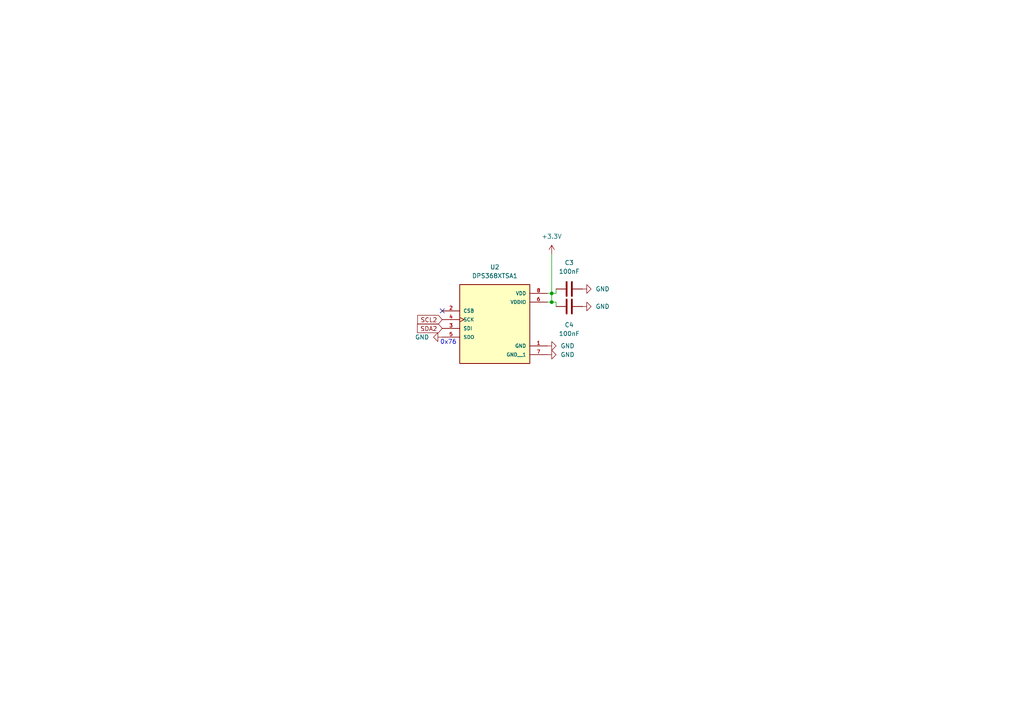
<source format=kicad_sch>
(kicad_sch (version 20231120) (generator "eeschema") (generator_version "8.0")
  (paper "A4")
  (lib_symbols
    (symbol "Device:C" (pin_numbers hide) (pin_names (offset 0.254))
      (property "Reference" "C" (at 0.635 2.54 0))
      (property "Value" "C" (at 0.635 -2.54 0))
      (symbol "C_0_1"
        (polyline (pts (xy -2.032 -0.762) (xy 2.032 -0.762)) (stroke (width 0.508)))
        (polyline (pts (xy -2.032 0.762) (xy 2.032 0.762)) (stroke (width 0.508)))
      )
      (symbol "C_1_1"
        (pin passive line (at 0 3.81 270) (length 2.794) (name "~") (number "1"))
        (pin passive line (at 0 -3.81 90) (length 2.794) (name "~") (number "2"))
      )
    )
    (symbol "SRAD_AVIONICS:DPS368XTSA1" (pin_names (offset 1.016))
      (property "Reference" "U" (at -10.16 10.922 0))
      (property "Value" "DPS368XTSA1" (at -10.16 -15.24 0))
      (symbol "DPS368XTSA1_0_0"
        (rectangle (start -10.16 -12.7) (end 10.16 10.16) (stroke (width 0.254)) (fill (type background)))
        (pin power_in line (at 15.24 -7.62 180) (length 5.08) (name "GND") (number "1"))
        (pin input line (at -15.24 2.54 0) (length 5.08) (name "CSB") (number "2"))
        (pin input line (at -15.24 -2.54 0) (length 5.08) (name "SDI") (number "3"))
        (pin input clock (at -15.24 0 0) (length 5.08) (name "SCK") (number "4"))
        (pin output line (at -15.24 -5.08 0) (length 5.08) (name "SDO") (number "5"))
        (pin power_in line (at 15.24 5.08 180) (length 5.08) (name "VDDIO") (number "6"))
        (pin power_in line (at 15.24 -10.16 180) (length 5.08) (name "GND__1") (number "7"))
        (pin power_in line (at 15.24 7.62 180) (length 5.08) (name "VDD") (number "8"))
      )
    )
    (symbol "power:+3.3V" (power) (pin_numbers hide) (pin_names (offset 0) hide)
      (property "Value" "+3.3V" (at 0 3.556 0))
      (symbol "+3.3V_0_1"
        (polyline (pts (xy -0.762 1.27) (xy 0 2.54)))
        (polyline (pts (xy 0 0) (xy 0 2.54)))
        (polyline (pts (xy 0 2.54) (xy 0.762 1.27)))
      )
      (symbol "+3.3V_1_1"
        (pin power_in line (at 0 0 90) (length 0) (name "~") (number "1"))
      )
    )
    (symbol "power:GND" (power) (pin_numbers hide) (pin_names (offset 0) hide)
      (property "Value" "GND" (at 0 -3.81 0))
      (symbol "GND_0_1"
        (polyline (pts (xy 0 0) (xy 0 -1.27) (xy 1.27 -1.27) (xy 0 -2.54) (xy -1.27 -1.27) (xy 0 -1.27)))
      )
      (symbol "GND_1_1"
        (pin power_in line (at 0 0 270) (length 0) (name "~") (number "1"))
      )
    )
  )
  (junction (at 160.02 85.09))
  (junction (at 160.02 87.63))
  (no_connect (at 128.27 90.17))
  (wire (pts (xy 160.02 73.66) (xy 160.02 85.09)))
  (wire (pts (xy 160.02 85.09) (xy 161.29 85.09)))
  (wire (pts (xy 160.02 87.63) (xy 161.29 87.63)))
  (wire (pts (xy 158.75 87.63) (xy 160.02 87.63)))
  (wire (pts (xy 161.29 87.63) (xy 161.29 88.9)))
  (wire (pts (xy 161.29 85.09) (xy 161.29 83.82)))
  (wire (pts (xy 160.02 85.09) (xy 160.02 87.63)))
  (wire (pts (xy 158.75 85.09) (xy 160.02 85.09)))
  (text "0x76" (at 130.048 99.314 0) (effects (font (size 1.27 1.27))))
  (global_label "SDA2" (shape input) (at 128.27 95.25 180) (property "Intersheetrefs" "${INTERSHEET_REFS}" (effects (hide yes))))
  (global_label "SCL2" (shape input) (at 128.27 92.71 180) (property "Intersheetrefs" "${INTERSHEET_REFS}" (effects (hide yes))))
  (symbol (lib_id "power:GND") (at 168.91 88.9 90) (unit 1)
    (property "Reference" "#PWR011" (effects (hide yes)))
    (property "Value" "GND" (at 172.72 88.8999 90) (effects (justify right)))
    (property "Description" "Power symbol creates a global label with name \"GND\" , ground" (effects (hide yes)))
  )
  (symbol (lib_id "power:GND") (at 128.27 97.79 270) (unit 1)
    (property "Reference" "#PWR080" (effects (hide yes)))
    (property "Value" "GND" (at 124.46 97.7899 90) (effects (justify right)))
    (property "Description" "Power symbol creates a global label with name \"GND\" , ground" (effects (hide yes)))
  )
  (symbol (lib_id "Device:C") (at 165.1 88.9 270) (unit 1)
    (property "Reference" "C4" (at 165.1 94.234 90))
    (property "Value" "100nF" (at 165.1 96.774 90))
    (property "Description" "Unpolarized capacitor" (effects (hide yes)))
  )
  (symbol (lib_id "Device:C") (at 165.1 83.82 90) (unit 1)
    (property "Reference" "C3" (at 165.1 76.2 90))
    (property "Value" "100nF" (at 165.1 78.74 90))
    (property "Description" "Unpolarized capacitor" (effects (hide yes)))
  )
  (symbol (lib_id "SRAD_AVIONICS:DPS368XTSA1") (at 143.51 92.71 0) (unit 1)
    (property "Reference" "U2" (at 143.51 77.47 0))
    (property "Value" "DPS368XTSA1" (at 143.51 80.01 0))
    (property "Footprint" "DPS368XTSA1:XDCR_DPS368XTSA1" (effects (hide yes)))
    (property "Description" "Package dimensions: 8-pin LGA, 2.0 x 2.5 x 1.1 mm3 | Operation range: Pressure: 3001200 hPa Temperature: -4085C | Precision: 0.002 hPa _or 0.02 m_ | Rel. accuracy: 0.06 hPa _or 0.5 m_ | Abs. accuracy: 1 hPa _or 8 m_ | Temperature accuracy: 0.5C | Avg. current consumption: 1.7 A_pressure measurement_ @1Hzsampling rate, standby: 0.5 A. | Integrated FIFO | Interface: I2C and SPI_both with optional interrupt_" (effects (hide yes)))
    (property "MF" "Infineon Technologies" (effects (hide yes)))
    (property "PACKAGE" "VFLGA-8 Infineon Technologies" (effects (hide yes)))
    (property "PRICE" "None" (effects (hide yes)))
    (property "MP" "DPS368XTSA1" (effects (hide yes)))
    (property "AVAILABILITY" "Unavailable" (effects (hide yes)))
  )
  (symbol (lib_id "power:GND") (at 158.75 102.87 90) (unit 1)
    (property "Reference" "#PWR013" (effects (hide yes)))
    (property "Value" "GND" (at 162.56 102.8699 90) (effects (justify right)))
    (property "Description" "Power symbol creates a global label with name \"GND\" , ground" (effects (hide yes)))
  )
  (symbol (lib_id "power:GND") (at 168.91 83.82 90) (unit 1)
    (property "Reference" "#PWR010" (effects (hide yes)))
    (property "Value" "GND" (at 172.72 83.8199 90) (effects (justify right)))
    (property "Description" "Power symbol creates a global label with name \"GND\" , ground" (effects (hide yes)))
  )
  (symbol (lib_id "power:GND") (at 158.75 100.33 90) (unit 1)
    (property "Reference" "#PWR012" (effects (hide yes)))
    (property "Value" "GND" (at 162.56 100.3299 90) (effects (justify right)))
    (property "Description" "Power symbol creates a global label with name \"GND\" , ground" (effects (hide yes)))
  )
  (symbol (lib_id "power:+3.3V") (at 160.02 73.66 0) (unit 1)
    (property "Reference" "#PWR09" (effects (hide yes)))
    (property "Value" "+3.3V" (at 160.02 68.58 0))
    (property "Description" "Power symbol creates a global label with name \"+3.3V\"" (effects (hide yes)))
  )
)
</source>
